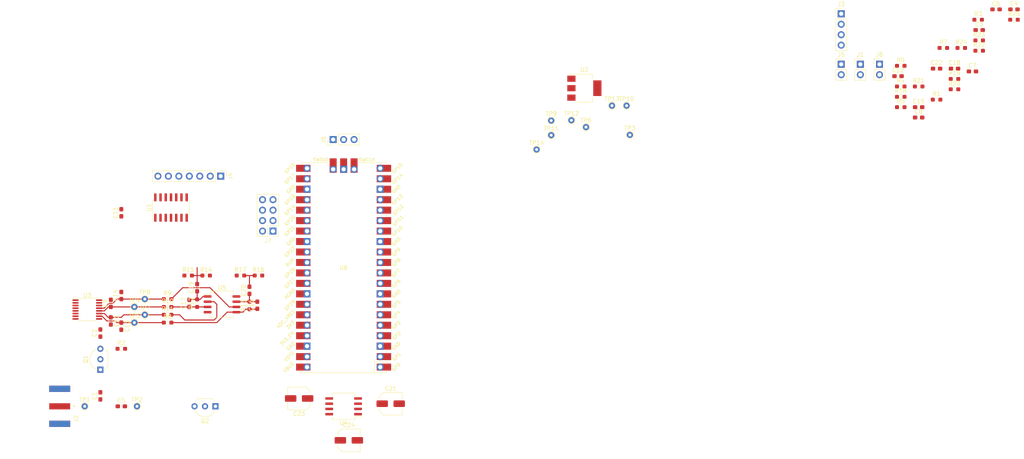
<source format=kicad_pcb>
(kicad_pcb (version 20211014) (generator pcbnew)

  (general
    (thickness 1.6)
  )

  (paper "A4")
  (layers
    (0 "F.Cu" signal)
    (31 "B.Cu" signal)
    (32 "B.Adhes" user "B.Adhesive")
    (33 "F.Adhes" user "F.Adhesive")
    (34 "B.Paste" user)
    (35 "F.Paste" user)
    (36 "B.SilkS" user "B.Silkscreen")
    (37 "F.SilkS" user "F.Silkscreen")
    (38 "B.Mask" user)
    (39 "F.Mask" user)
    (40 "Dwgs.User" user "User.Drawings")
    (41 "Cmts.User" user "User.Comments")
    (42 "Eco1.User" user "User.Eco1")
    (43 "Eco2.User" user "User.Eco2")
    (44 "Edge.Cuts" user)
    (45 "Margin" user)
    (46 "B.CrtYd" user "B.Courtyard")
    (47 "F.CrtYd" user "F.Courtyard")
    (48 "B.Fab" user)
    (49 "F.Fab" user)
    (50 "User.1" user)
    (51 "User.2" user)
    (52 "User.3" user)
    (53 "User.4" user)
    (54 "User.5" user)
    (55 "User.6" user)
    (56 "User.7" user)
    (57 "User.8" user)
    (58 "User.9" user)
  )

  (setup
    (pad_to_mask_clearance 0)
    (pcbplotparams
      (layerselection 0x00010fc_ffffffff)
      (disableapertmacros false)
      (usegerberextensions false)
      (usegerberattributes true)
      (usegerberadvancedattributes true)
      (creategerberjobfile true)
      (svguseinch false)
      (svgprecision 6)
      (excludeedgelayer true)
      (plotframeref false)
      (viasonmask false)
      (mode 1)
      (useauxorigin false)
      (hpglpennumber 1)
      (hpglpenspeed 20)
      (hpglpendiameter 15.000000)
      (dxfpolygonmode true)
      (dxfimperialunits true)
      (dxfusepcbnewfont true)
      (psnegative false)
      (psa4output false)
      (plotreference true)
      (plotvalue true)
      (plotinvisibletext false)
      (sketchpadsonfab false)
      (subtractmaskfromsilk false)
      (outputformat 1)
      (mirror false)
      (drillshape 1)
      (scaleselection 1)
      (outputdirectory "")
    )
  )

  (net 0 "")
  (net 1 "Net-(C1-Pad2)")
  (net 2 "Net-(Q1-Pad2)")
  (net 3 "Net-(C2-Pad1)")
  (net 4 "GND")
  (net 5 "Net-(Q2-Pad2)")
  (net 6 "Net-(L1-Pad2)")
  (net 7 "RF")
  (net 8 "Net-(C5-Pad2)")
  (net 9 "Net-(C9-Pad1)")
  (net 10 "Net-(C13-Pad1)")
  (net 11 "Net-(R7-Pad2)")
  (net 12 "Net-(C10-Pad1)")
  (net 13 "Net-(C14-Pad1)")
  (net 14 "ADC_Q")
  (net 15 "ADC_I")
  (net 16 "Net-(C21-Pad1)")
  (net 17 "A_OUT")
  (net 18 "ADC_MIC")
  (net 19 "Net-(J8-Pad1)")
  (net 20 "CLK0")
  (net 21 "Net-(U1-Pad2)")
  (net 22 "CLK1")
  (net 23 "Net-(U1-Pad4)")
  (net 24 "Net-(U1-Pad5)")
  (net 25 "Net-(U1-Pad11)")
  (net 26 "BIAS_PWM")
  (net 27 "+5V")
  (net 28 "+12V")
  (net 29 "unconnected-(U3-Pad3)")
  (net 30 "unconnected-(U3-Pad4)")
  (net 31 "unconnected-(U3-Pad5)")
  (net 32 "unconnected-(U3-Pad6)")
  (net 33 "unconnected-(U3-Pad7)")
  (net 34 "Net-(C2-Pad2)")
  (net 35 "Net-(C24-Pad2)")
  (net 36 "Net-(R20-Pad1)")
  (net 37 "Net-(C23-Pad1)")
  (net 38 "Net-(R22-Pad1)")
  (net 39 "Net-(C17-Pad2)")
  (net 40 "Net-(R11-Pad2)")
  (net 41 "Net-(C17-Pad1)")
  (net 42 "unconnected-(U6-Pad1)")
  (net 43 "unconnected-(U6-Pad2)")
  (net 44 "SDA_PLL")
  (net 45 "SCL_PLL")
  (net 46 "RX_EN")
  (net 47 "unconnected-(U6-Pad7)")
  (net 48 "unconnected-(U6-Pad11)")
  (net 49 "unconnected-(U6-Pad12)")
  (net 50 "unconnected-(U6-Pad14)")
  (net 51 "unconnected-(U6-Pad15)")
  (net 52 "SDA_DISP")
  (net 53 "SCL_DISP")
  (net 54 "unconnected-(U6-Pad19)")
  (net 55 "unconnected-(U6-Pad20)")
  (net 56 "unconnected-(U6-Pad21)")
  (net 57 "unconnected-(U6-Pad22)")
  (net 58 "Net-(U6-Pad27)")
  (net 59 "Net-(U6-Pad26)")
  (net 60 "Net-(J7-Pad5)")
  (net 61 "Net-(J7-Pad7)")
  (net 62 "unconnected-(U6-Pad29)")
  (net 63 "unconnected-(U6-Pad30)")
  (net 64 "GNDA")
  (net 65 "+3.3VADC")
  (net 66 "+3.3V")
  (net 67 "unconnected-(U6-Pad37)")
  (net 68 "unconnected-(U6-Pad40)")
  (net 69 "Net-(J6-Pad3)")
  (net 70 "Net-(J6-Pad1)")
  (net 71 "Net-(C16-Pad1)")
  (net 72 "Net-(R9-Pad2)")
  (net 73 "Net-(C16-Pad2)")
  (net 74 "Net-(C4-Pad1)")
  (net 75 "Net-(C11-Pad1)")
  (net 76 "Net-(C21-Pad2)")
  (net 77 "CLK2")

  (footprint "Capacitor_SMD:C_0603_1608Metric_Pad1.08x0.95mm_HandSolder" (layer "F.Cu") (at 63.5 115.57 90))

  (footprint "TestPoint:TestPoint_THTPad_D1.5mm_Drill0.7mm" (layer "F.Cu") (at 187.705 45.115))

  (footprint "TestPoint:TestPoint_THTPad_D1.5mm_Drill0.7mm" (layer "F.Cu") (at 172.955 52.285))

  (footprint "Resistor_SMD:R_0603_1608Metric_Pad0.98x0.95mm_HandSolder" (layer "F.Cu") (at 79.815 92.075))

  (footprint "Capacitor_SMD:C_0603_1608Metric_Pad1.08x0.95mm_HandSolder" (layer "F.Cu") (at 275.22 36.8))

  (footprint "Resistor_SMD:R_0603_1608Metric_Pad0.98x0.95mm_HandSolder" (layer "F.Cu") (at 86.995 93.0675 90))

  (footprint "Resistor_SMD:R_0603_1608Metric_Pad0.98x0.95mm_HandSolder" (layer "F.Cu") (at 101.8775 86.36))

  (footprint "Resistor_SMD:R_0603_1608Metric_Pad0.98x0.95mm_HandSolder" (layer "F.Cu") (at 257.82 42.97))

  (footprint "Connector_PinHeader_2.54mm:PinHeader_1x07_P2.54mm_Vertical" (layer "F.Cu") (at 92.71 62.23 -90))

  (footprint "Resistor_SMD:R_0603_1608Metric_Pad0.98x0.95mm_HandSolder" (layer "F.Cu") (at 68.58 104.14))

  (footprint "Package_SO:SO-8_5.3x6.2mm_P1.27mm" (layer "F.Cu") (at 93.0275 93.345))

  (footprint "Connector_Coaxial:SMA_Amphenol_132289_EdgeMount" (layer "F.Cu") (at 53.6225 118.11 180))

  (footprint "TestPoint:TestPoint_THTPad_D1.5mm_Drill0.7mm" (layer "F.Cu") (at 74.295 95.885))

  (footprint "Capacitor_SMD:C_0603_1608Metric_Pad1.08x0.95mm_HandSolder" (layer "F.Cu") (at 262.17 45.48))

  (footprint "TestPoint:TestPoint_THTPad_D1.5mm_Drill0.7mm" (layer "F.Cu") (at 59.69 118.11))

  (footprint "Capacitor_SMD:C_0603_1608Metric_Pad1.08x0.95mm_HandSolder" (layer "F.Cu") (at 68.58 91.2125 90))

  (footprint "Package_TO_SOT_THT:TO-92_Inline_Wide" (layer "F.Cu") (at 91.44 118.11 180))

  (footprint "Resistor_SMD:R_0603_1608Metric_Pad0.98x0.95mm_HandSolder" (layer "F.Cu") (at 257.82 45.48))

  (footprint "Capacitor_SMD:C_0603_1608Metric_Pad1.08x0.95mm_HandSolder" (layer "F.Cu") (at 276.86 26.76))

  (footprint "Connector_PinHeader_2.54mm:PinHeader_1x03_P2.54mm_Vertical" (layer "F.Cu") (at 120.015 53.34 90))

  (footprint "Package_TO_SOT_THT:TO-92_Inline_Wide" (layer "F.Cu") (at 63.5 109.22 90))

  (footprint "Resistor_SMD:R_0603_1608Metric_Pad0.98x0.95mm_HandSolder" (layer "F.Cu") (at 79.815 97.79))

  (footprint "TestPoint:TestPoint_THTPad_D1.5mm_Drill0.7mm" (layer "F.Cu") (at 74.295 92.075))

  (footprint "TestPoint:TestPoint_THTPad_D1.5mm_Drill0.7mm" (layer "F.Cu") (at 181.405 50.325))

  (footprint "TestPoint:TestPoint_THTPad_D1.5mm_Drill0.7mm" (layer "F.Cu") (at 169.405 55.765))

  (footprint "Resistor_SMD:R_0603_1608Metric_Pad0.98x0.95mm_HandSolder" (layer "F.Cu") (at 285.31 24.25))

  (footprint "Capacitor_SMD:C_0603_1608Metric_Pad1.08x0.95mm_HandSolder" (layer "F.Cu") (at 63.5 100.33 90))

  (footprint "Capacitor_SMD:C_0603_1608Metric_Pad1.08x0.95mm_HandSolder" (layer "F.Cu") (at 99.695 89.9425 90))

  (footprint "Resistor_SMD:R_0603_1608Metric_Pad0.98x0.95mm_HandSolder" (layer "F.Cu") (at 84.8125 86.36))

  (footprint "Resistor_SMD:R_0603_1608Metric_Pad0.98x0.95mm_HandSolder" (layer "F.Cu") (at 270.87 41.14))

  (footprint "TestPoint:TestPoint_THTPad_D1.5mm_Drill0.7mm" (layer "F.Cu") (at 72.39 118.11))

  (footprint "TestPoint:TestPoint_THTPad_D1.5mm_Drill0.7mm" (layer "F.Cu") (at 191.255 45.115))

  (footprint "Resistor_SMD:R_0603_1608Metric_Pad0.98x0.95mm_HandSolder" (layer "F.Cu") (at 79.815 93.98))

  (footprint "Capacitor_SMD:C_0603_1608Metric_Pad1.08x0.95mm_HandSolder" (layer "F.Cu") (at 266.52 36.12))

  (footprint "Resistor_SMD:R_0603_1608Metric_Pad0.98x0.95mm_HandSolder" (layer "F.Cu") (at 276.86 29.27))

  (footprint "Capacitor_SMD:C_0603_1608Metric_Pad1.08x0.95mm_HandSolder" (layer "F.Cu") (at 68.58 71.12 90))

  (footprint "Capacitor_SMD:C_0603_1608Metric_Pad1.08x0.95mm_HandSolder" (layer "F.Cu") (at 68.58 98.6525 -90))

  (footprint "TestPoint:TestPoint_THTPad_D1.5mm_Drill0.7mm" (layer "F.Cu") (at 172.955 48.735))

  (footprint "Package_SO:SO-8_5.3x6.2mm_P1.27mm" (layer "F.Cu") (at 122.555 118.11 180))

  (footprint "Package_SO:TSSOP-16_4.4x5mm_P0.65mm" (layer "F.Cu") (at 60.325 94.615))

  (footprint "Connector_PinHeader_2.54mm:PinHeader_1x02_P2.54mm_Vertical" (layer "F.Cu") (at 252.66 35.06))

  (footprint "Resistor_SMD:R_0603_1608Metric_Pad0.98x0.95mm_HandSolder" (layer "F.Cu") (at 97.5125 86.36))

  (footprint "Capacitor_SMD:C_0603_1608Metric_Pad1.08x0.95mm_HandSolder" (layer "F.Cu") (at 280.96 21.74))

  (footprint "Resistor_SMD:R_0603_1608Metric_Pad0.98x0.95mm_HandSolder" (layer "F.Cu") (at 262.17 40.46))

  (footprint "Capacitor_SMD:C_Elec_5x5.8" (layer "F.Cu") (at 133.985 117.475))

  (footprint "Resistor_SMD:R_0603_1608Metric_Pad0.98x0.95mm_HandSolder" (layer "F.Cu") (at 89.1775 86.36))

  (footprint "Package_TO_SOT_SMD:SOT-223-3_TabPin2" (layer "F.Cu") (at 181.005 40.875))

  (footprint "Resistor_SMD:R_0603_1608Metric_Pad0.98x0.95mm_HandSolder" (layer "F.Cu") (at 276.61 24.25))

  (footprint "TestPoint:TestPoint_THTPad_D1.5mm_Drill0.7mm" (layer "F.Cu") (at 192.055 52.215))

  (footprint "Resistor_SMD:R_0603_1608Metric_Pad0.98x0.95mm_HandSolder" (layer "F.Cu") (at 276.86 31.78))

  (footprint "Capacitor_SMD:C_0603_1608Metric_Pad1.08x0.95mm_HandSolder" (layer "F.Cu") (at 285.31 21.74))

  (footprint "Resistor_SMD:R_0603_1608Metric_Pad0.98x0.95mm_HandSolder" (layer "F.Cu") (at 268.16 31.1))

  (footprint "Resistor_SMD:R_0603_1608Metric_Pad0.98x0.95mm_HandSolder" (layer "F.Cu") (at 272.51 31.1))

  (footprint "Connector_PinHeader_2.54mm:PinHeader_2x04_P2.54mm_Vertical" (layer "F.Cu") (at 105.41 75.565 180))

  (footprint "Connector_PinHeader_2.54mm:PinHeader_1x02_P2.54mm_Vertical" (layer "F.Cu") (at 248.01 35.06))

  (footprint "Resistor_SMD:R_0603_1608Metric_Pad0.98x0.95mm_HandSolder" (layer "F.Cu") (at 270.87 38.63))

  (footprint "Connector_PinHeader_2.54mm:PinHeader_1x04_P2.54mm_Vertical" (layer "F.Cu") (at 243.36 22.81))

  (footprint "Resistor_SMD:R_0603_1608Metric_Pad0.98x0.95mm_HandSolder" (layer "F.Cu") (at 99.695 93.6225 90))

  (footprint "Capacitor_SMD:C_Elec_5x5.8" (layer "F.Cu") (at 111.76 116.205 180))

  (footprint "Resistor_SMD:R_0603_1608Metric_Pad0.98x0.95mm_HandSolder" (layer "F.Cu") (at 257.82 40.46))

  (footprint "Capacitor_SMD:C_0603_1608Metric_Pad1.08x0.95mm_HandSolder" (layer "F.Cu") (at 85.09 93.1175 90))

  (footprint "Capacitor_SMD:C_0603_1608Metric_Pad1.08x0.95mm_HandSolder" (layer "F.Cu") (at 257.16 37.95))

  (footprint "Resistor_SMD:R_0603_1608Metric_Pad0.98x0.95mm_HandSolder" (layer "F.Cu") (at 266.52 43.65))

  (footprint "Capacitor_SMD:C_0603_1608Metric_Pad1.08x0.95mm_HandSolder" (layer "F.Cu")
    (tedit 5F68FEEF) (tstamp d68e7495-ee08-486a-b1b5-264836a91492)
    (at 66.04 93.1175 90)
    (descr "Capacitor SMD 0603 (1608 Metric), square (rectangular) end terminal, IPC_7351 nominal with elongated pad for handsoldering. (Body size source: IPC-SM-782 page 76, https://www.pcb-3d.com/wordpress/wp-content/uploads/ipc-sm-782a_amendment_1_and_2.pdf), generated with kicad-footprint-generator")
    (tags "capacitor handsolder")
    (property "Sheetfile" "opensdx.pro.kicad_sch")
    (property "Sheetname" "")
    (path "/43204522-6598-46fe-b406-3f97da5aee5e")
    (attr smd)
    (fp_text reference "C9" (at 0 -1.43 90) (layer "F.SilkS")
      (effects (font (size 1 1) (thickness 0.15)))
      (tstamp 886d49a1-8138-4456-917e-4741d0e6667f)
    )
    (fp_text value "470nF" (at 0 1.43 90) (layer "F.Fab")
      (effects (font (size 1 1) (thickness 0.15)))
      (tstamp 0d7583a0-0771-4d28-81db-52cd5d7d1a45)
    )
    (fp_text user "${REFERENCE}" (at 0 0 90
... [90543 chars truncated]
</source>
